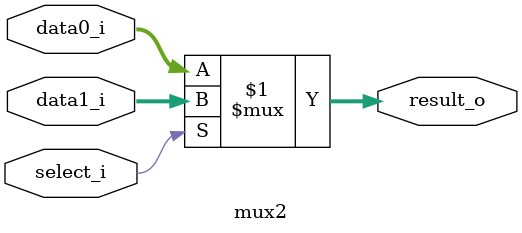
<source format=sv>
`timescale 1ns / 1ps

module adder (
  input        [31:0] a_i,
  input        [31:0] b_i,
  output logic [31:0] result_o
);
  assign result_o = a_i + b_i;
endmodule : adder

// 2-to-1 multiplexer
module mux2 #(
  parameter Width = 32
) (
  input        [Width-1:0] data0_i,
  input        [Width-1:0] data1_i,
  input                    select_i,
  output logic [Width-1:0] result_o
);
  assign result_o = select_i ? data1_i : data0_i;
endmodule : mux2

</source>
